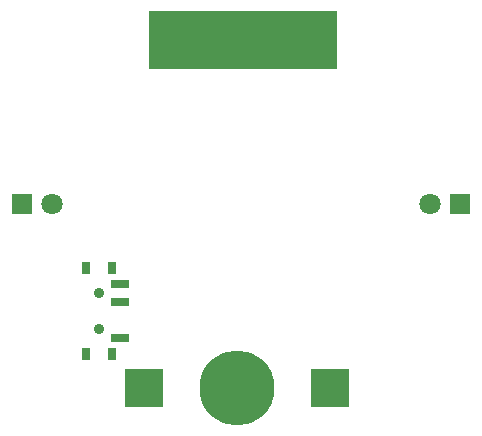
<source format=gbr>
G04 #@! TF.GenerationSoftware,KiCad,Pcbnew,(5.1.10)-1*
G04 #@! TF.CreationDate,2021-11-20T15:44:23+01:00*
G04 #@! TF.ProjectId,BlinkyBear,426c696e-6b79-4426-9561-722e6b696361,rev?*
G04 #@! TF.SameCoordinates,Original*
G04 #@! TF.FileFunction,Soldermask,Bot*
G04 #@! TF.FilePolarity,Negative*
%FSLAX46Y46*%
G04 Gerber Fmt 4.6, Leading zero omitted, Abs format (unit mm)*
G04 Created by KiCad (PCBNEW (5.1.10)-1) date 2021-11-20 15:44:23*
%MOMM*%
%LPD*%
G01*
G04 APERTURE LIST*
%ADD10R,1.800000X1.800000*%
%ADD11C,1.800000*%
%ADD12R,16.000000X5.000000*%
%ADD13R,3.175000X3.175000*%
%ADD14C,6.350000*%
%ADD15R,0.800000X1.000000*%
%ADD16R,1.500000X0.700000*%
%ADD17C,0.900000*%
G04 APERTURE END LIST*
D10*
X154432003Y-78740000D03*
D11*
X151892003Y-78740000D03*
D10*
X117348000Y-78740000D03*
D11*
X119888000Y-78740000D03*
D12*
X136067800Y-64846200D03*
D13*
X143383000Y-94361000D03*
X127635000Y-94361000D03*
D14*
X135509000Y-94361000D03*
D15*
X124960600Y-91483200D03*
X124960600Y-84183200D03*
X122750600Y-84183200D03*
X122750600Y-91483200D03*
D16*
X125610600Y-85583200D03*
X125610600Y-87083200D03*
X125610600Y-90083200D03*
D17*
X123850600Y-86333200D03*
X123850600Y-89333200D03*
M02*

</source>
